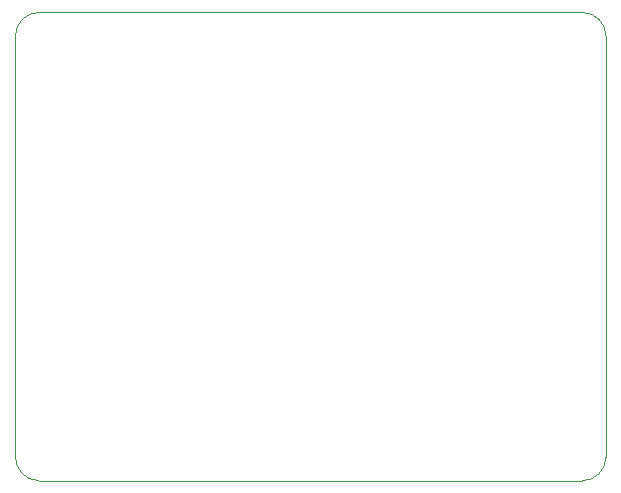
<source format=gbr>
%TF.GenerationSoftware,KiCad,Pcbnew,(6.0.8)*%
%TF.CreationDate,2022-10-28T15:06:34+02:00*%
%TF.ProjectId,eurorack_nvlp_1u,6575726f-7261-4636-9b5f-6e766c705f31,rev?*%
%TF.SameCoordinates,Original*%
%TF.FileFunction,Profile,NP*%
%FSLAX46Y46*%
G04 Gerber Fmt 4.6, Leading zero omitted, Abs format (unit mm)*
G04 Created by KiCad (PCBNEW (6.0.8)) date 2022-10-28 15:06:34*
%MOMM*%
%LPD*%
G01*
G04 APERTURE LIST*
%TA.AperFunction,Profile*%
%ADD10C,0.100000*%
%TD*%
G04 APERTURE END LIST*
D10*
X27400000Y-25400000D02*
X73400000Y-25400000D01*
X73400000Y-65050000D02*
X27400000Y-65050000D01*
X25400000Y-27400000D02*
X25400000Y-63050000D01*
X25400000Y-63050000D02*
G75*
G03*
X27400000Y-65050000I2000000J0D01*
G01*
X73400000Y-65050000D02*
G75*
G03*
X75400000Y-63050000I0J2000000D01*
G01*
X27400000Y-25400000D02*
G75*
G03*
X25400000Y-27400000I0J-2000000D01*
G01*
X75400000Y-27400000D02*
G75*
G03*
X73400000Y-25400000I-2000000J0D01*
G01*
X75400000Y-27400000D02*
X75400000Y-63050000D01*
M02*

</source>
